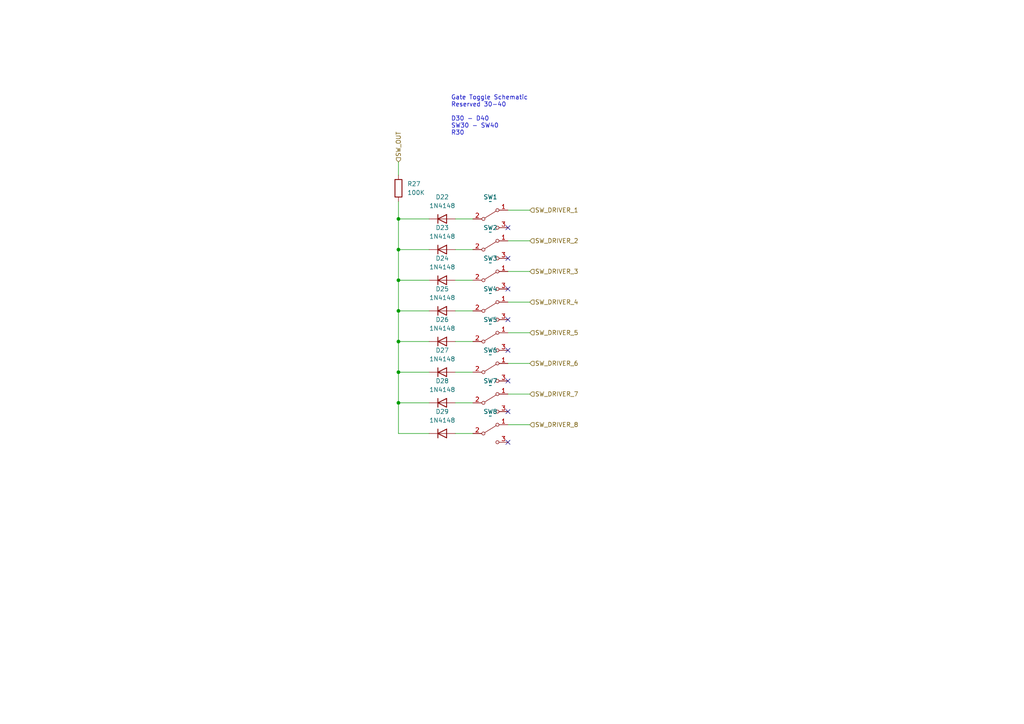
<source format=kicad_sch>
(kicad_sch (version 20231120) (generator "eeschema") (generator_version "8.0")
  (paper "A4")
  (lib_symbols
    (symbol "synth:D_Signal (1N4148)" (pin_numbers hide) (pin_names hide)
      (property "Reference" "D" (at 0 2.54 0))
      (property "Value" "1N4148" (at 0 -2.54 0))
      (symbol "D_Signal (1N4148)_0_1"
        (polyline (pts (xy -1.27 1.27) (xy -1.27 -1.27)) (stroke (width 0.254)))
        (polyline (pts (xy 1.27 0) (xy -1.27 0)))
        (polyline (pts (xy 1.27 1.27) (xy 1.27 -1.27) (xy -1.27 0) (xy 1.27 1.27)) (stroke (width 0.254)))
      )
      (symbol "D_Signal (1N4148)_1_1"
        (pin passive line (at -3.81 0 0) (length 2.54) (name "K") (number "1"))
        (pin passive line (at 3.81 0 180) (length 2.54) (name "A") (number "2"))
      )
    )
    (symbol "synth:R_Default" (pin_numbers hide) (pin_names (offset 0))
      (property "Reference" "R" (at -2.032 0 90))
      (property "Value" "R1" (at 2.032 0 90))
      (symbol "R_Default_0_1"
        (rectangle (start 1.016 -2.54) (end -1.016 2.54) (stroke (width 0.254)))
      )
      (symbol "R_Default_1_1"
        (pin passive line (at 0 -3.81 90) (length 1.27) (name "~") (number "1"))
        (pin passive line (at 0 3.81 270) (length 1.27) (name "~") (number "2"))
      )
    )
    (symbol "synth:SW_SPDT" (pin_names (offset 0) hide)
      (property "Reference" "SW" (at 0 5.08 0))
      (property "Value" "SW_SPDT" (at 0 -5.08 0))
      (symbol "SW_SPDT_0_1"
        (circle (center -2.032 0) (radius 0.4572))
        (polyline (pts (xy -1.651 0.254) (xy 1.651 2.286)))
        (circle (center 2.032 -2.54) (radius 0.4572))
        (circle (center 2.032 2.54) (radius 0.4572))
      )
      (symbol "SW_SPDT_1_1"
        (pin passive line (at 5.08 2.54 180) (length 2.54) (name "A") (number "1"))
        (pin passive line (at -5.08 0 0) (length 2.54) (name "B") (number "2"))
        (pin passive line (at 5.08 -2.54 180) (length 2.54) (name "C") (number "3"))
      )
    )
  )
  (junction (at 115.57 63.5))
  (junction (at 115.57 99.06))
  (junction (at 115.57 90.17))
  (junction (at 115.57 116.84))
  (junction (at 115.57 107.95))
  (junction (at 115.57 72.39))
  (junction (at 115.57 81.28))
  (no_connect (at 147.32 66.04))
  (no_connect (at 147.32 74.93))
  (no_connect (at 147.32 101.6))
  (no_connect (at 147.32 92.71))
  (no_connect (at 147.32 128.27))
  (no_connect (at 147.32 119.38))
  (no_connect (at 147.32 83.82))
  (no_connect (at 147.32 110.49))
  (wire (pts (xy 132.08 125.73) (xy 137.16 125.73)))
  (wire (pts (xy 115.57 107.95) (xy 115.57 116.84)))
  (wire (pts (xy 147.32 87.63) (xy 153.67 87.63)))
  (wire (pts (xy 147.32 69.85) (xy 153.67 69.85)))
  (wire (pts (xy 115.57 90.17) (xy 124.46 90.17)))
  (wire (pts (xy 132.08 72.39) (xy 137.16 72.39)))
  (wire (pts (xy 115.57 81.28) (xy 115.57 90.17)))
  (wire (pts (xy 115.57 99.06) (xy 124.46 99.06)))
  (wire (pts (xy 115.57 63.5) (xy 115.57 72.39)))
  (wire (pts (xy 147.32 105.41) (xy 153.67 105.41)))
  (wire (pts (xy 147.32 123.19) (xy 153.67 123.19)))
  (wire (pts (xy 132.08 63.5) (xy 137.16 63.5)))
  (wire (pts (xy 115.57 99.06) (xy 115.57 107.95)))
  (wire (pts (xy 147.32 78.74) (xy 153.67 78.74)))
  (wire (pts (xy 115.57 46.99) (xy 115.57 50.8)))
  (wire (pts (xy 115.57 125.73) (xy 124.46 125.73)))
  (wire (pts (xy 132.08 81.28) (xy 137.16 81.28)))
  (wire (pts (xy 115.57 63.5) (xy 124.46 63.5)))
  (wire (pts (xy 115.57 72.39) (xy 124.46 72.39)))
  (wire (pts (xy 115.57 90.17) (xy 115.57 99.06)))
  (wire (pts (xy 115.57 107.95) (xy 124.46 107.95)))
  (wire (pts (xy 132.08 99.06) (xy 137.16 99.06)))
  (wire (pts (xy 115.57 58.42) (xy 115.57 63.5)))
  (wire (pts (xy 132.08 90.17) (xy 137.16 90.17)))
  (wire (pts (xy 147.32 114.3) (xy 153.67 114.3)))
  (wire (pts (xy 115.57 72.39) (xy 115.57 81.28)))
  (wire (pts (xy 147.32 60.96) (xy 153.67 60.96)))
  (wire (pts (xy 115.57 81.28) (xy 124.46 81.28)))
  (wire (pts (xy 132.08 107.95) (xy 137.16 107.95)))
  (wire (pts (xy 147.32 96.52) (xy 153.67 96.52)))
  (wire (pts (xy 132.08 116.84) (xy 137.16 116.84)))
  (wire (pts (xy 115.57 116.84) (xy 124.46 116.84)))
  (wire (pts (xy 115.57 116.84) (xy 115.57 125.73)))
  (text "Gate Toggle Schematic\nReserved 30-40\n\nD30 - D40\nSW30 - SW40\nR30" (at 130.81 39.37 0) (effects (font (size 1.27 1.27)) (justify left bottom)))
  (hierarchical_label "SW_DRIVER_1" (shape input) (at 153.67 60.96 0))
  (hierarchical_label "SW_DRIVER_8" (shape input) (at 153.67 123.19 0))
  (hierarchical_label "SW_DRIVER_7" (shape input) (at 153.67 114.3 0))
  (hierarchical_label "SW_DRIVER_3" (shape input) (at 153.67 78.74 0))
  (hierarchical_label "SW_DRIVER_5" (shape input) (at 153.67 96.52 0))
  (hierarchical_label "SW_DRIVER_6" (shape input) (at 153.67 105.41 0))
  (hierarchical_label "SW_DRIVER_2" (shape input) (at 153.67 69.85 0))
  (hierarchical_label "SW_DRIVER_4" (shape input) (at 153.67 87.63 0))
  (hierarchical_label "SW_OUT" (shape input) (at 115.57 46.99 90))
  (symbol (lib_id "synth:SW_SPDT") (at 142.24 90.17 0) (unit 1)
    (property "Reference" "SW4" (at 142.24 83.82 0))
    (property "Value" "~" (at 142.24 85.09 0))
    (property "Footprint" "Synth:SW_default" (effects (hide yes)))
    (property "Description" "Switch, single pole double throw" (effects (hide yes)))
  )
  (symbol (lib_id "synth:SW_SPDT") (at 142.24 99.06 0) (unit 1)
    (property "Reference" "SW5" (at 142.24 92.71 0))
    (property "Value" "~" (at 142.24 93.98 0))
    (property "Footprint" "Synth:SW_default" (effects (hide yes)))
    (property "Description" "Switch, single pole double throw" (effects (hide yes)))
  )
  (symbol (lib_id "synth:D_Signal (1N4148)") (at 128.27 125.73 0) (unit 1)
    (property "Reference" "D29" (at 128.27 119.38 0))
    (property "Value" "1N4148" (at 128.27 121.92 0))
    (property "Footprint" "Synth:D_DO-35_SOD27_P7.62mm_Horizontal" (effects (hide yes)))
    (property "Datasheet" "https://assets.nexperia.com/documents/data-sheet/1N4148_1N4448.pdf" (effects (hide yes)))
    (property "Description" "100V 0.15A standard switching diode, DO-35" (effects (hide yes)))
    (property "Sim.Device" "D" (effects (hide yes)))
    (property "Sim.Pins" "1=K 2=A" (effects (hide yes)))
  )
  (symbol (lib_id "synth:SW_SPDT") (at 142.24 116.84 0) (unit 1)
    (property "Reference" "SW7" (at 142.24 110.49 0))
    (property "Value" "~" (at 142.24 111.76 0))
    (property "Footprint" "Synth:SW_default" (effects (hide yes)))
    (property "Description" "Switch, single pole double throw" (effects (hide yes)))
  )
  (symbol (lib_id "synth:SW_SPDT") (at 142.24 107.95 0) (unit 1)
    (property "Reference" "SW6" (at 142.24 101.6 0))
    (property "Value" "~" (at 142.24 102.87 0))
    (property "Footprint" "Synth:SW_default" (effects (hide yes)))
    (property "Description" "Switch, single pole double throw" (effects (hide yes)))
  )
  (symbol (lib_id "synth:SW_SPDT") (at 142.24 125.73 0) (unit 1)
    (property "Reference" "SW8" (at 142.24 119.38 0))
    (property "Value" "~" (at 142.24 120.65 0))
    (property "Footprint" "Synth:SW_default" (effects (hide yes)))
    (property "Description" "Switch, single pole double throw" (effects (hide yes)))
  )
  (symbol (lib_id "synth:D_Signal (1N4148)") (at 128.27 99.06 0) (unit 1)
    (property "Reference" "D26" (at 128.27 92.71 0))
    (property "Value" "1N4148" (at 128.27 95.25 0))
    (property "Footprint" "Synth:D_DO-35_SOD27_P7.62mm_Horizontal" (effects (hide yes)))
    (property "Datasheet" "https://assets.nexperia.com/documents/data-sheet/1N4148_1N4448.pdf" (effects (hide yes)))
    (property "Description" "100V 0.15A standard switching diode, DO-35" (effects (hide yes)))
    (property "Sim.Device" "D" (effects (hide yes)))
    (property "Sim.Pins" "1=K 2=A" (effects (hide yes)))
  )
  (symbol (lib_id "synth:R_Default") (at 115.57 54.61 180) (unit 1)
    (property "Reference" "R27" (at 118.11 53.3399 0) (effects (justify right)))
    (property "Value" "100K" (at 118.11 55.8799 0) (effects (justify right)))
    (property "Footprint" "Synth:R_Default (DIN0207)" (effects (hide yes)))
    (property "Description" "Resistor" (effects (hide yes)))
  )
  (symbol (lib_id "synth:D_Signal (1N4148)") (at 128.27 72.39 0) (unit 1)
    (property "Reference" "D23" (at 128.27 66.04 0))
    (property "Value" "1N4148" (at 128.27 68.58 0))
    (property "Footprint" "Synth:D_DO-35_SOD27_P7.62mm_Horizontal" (effects (hide yes)))
    (property "Datasheet" "https://assets.nexperia.com/documents/data-sheet/1N4148_1N4448.pdf" (effects (hide yes)))
    (property "Description" "100V 0.15A standard switching diode, DO-35" (effects (hide yes)))
    (property "Sim.Device" "D" (effects (hide yes)))
    (property "Sim.Pins" "1=K 2=A" (effects (hide yes)))
  )
  (symbol (lib_id "synth:D_Signal (1N4148)") (at 128.27 107.95 0) (unit 1)
    (property "Reference" "D27" (at 128.27 101.6 0))
    (property "Value" "1N4148" (at 128.27 104.14 0))
    (property "Footprint" "Synth:D_DO-35_SOD27_P7.62mm_Horizontal" (effects (hide yes)))
    (property "Datasheet" "https://assets.nexperia.com/documents/data-sheet/1N4148_1N4448.pdf" (effects (hide yes)))
    (property "Description" "100V 0.15A standard switching diode, DO-35" (effects (hide yes)))
    (property "Sim.Device" "D" (effects (hide yes)))
    (property "Sim.Pins" "1=K 2=A" (effects (hide yes)))
  )
  (symbol (lib_id "synth:D_Signal (1N4148)") (at 128.27 81.28 0) (unit 1)
    (property "Reference" "D24" (at 128.27 74.93 0))
    (property "Value" "1N4148" (at 128.27 77.47 0))
    (property "Footprint" "Synth:D_DO-35_SOD27_P7.62mm_Horizontal" (effects (hide yes)))
    (property "Datasheet" "https://assets.nexperia.com/documents/data-sheet/1N4148_1N4448.pdf" (effects (hide yes)))
    (property "Description" "100V 0.15A standard switching diode, DO-35" (effects (hide yes)))
    (property "Sim.Device" "D" (effects (hide yes)))
    (property "Sim.Pins" "1=K 2=A" (effects (hide yes)))
  )
  (symbol (lib_id "synth:SW_SPDT") (at 142.24 81.28 0) (unit 1)
    (property "Reference" "SW3" (at 142.24 74.93 0))
    (property "Value" "~" (at 142.24 76.2 0))
    (property "Footprint" "Synth:SW_default" (effects (hide yes)))
    (property "Description" "Switch, single pole double throw" (effects (hide yes)))
  )
  (symbol (lib_id "synth:D_Signal (1N4148)") (at 128.27 116.84 0) (unit 1)
    (property "Reference" "D28" (at 128.27 110.49 0))
    (property "Value" "1N4148" (at 128.27 113.03 0))
    (property "Footprint" "Synth:D_DO-35_SOD27_P7.62mm_Horizontal" (effects (hide yes)))
    (property "Datasheet" "https://assets.nexperia.com/documents/data-sheet/1N4148_1N4448.pdf" (effects (hide yes)))
    (property "Description" "100V 0.15A standard switching diode, DO-35" (effects (hide yes)))
    (property "Sim.Device" "D" (effects (hide yes)))
    (property "Sim.Pins" "1=K 2=A" (effects (hide yes)))
  )
  (symbol (lib_id "synth:SW_SPDT") (at 142.24 72.39 0) (unit 1)
    (property "Reference" "SW2" (at 142.24 66.04 0))
    (property "Value" "~" (at 142.24 67.31 0))
    (property "Footprint" "Synth:SW_default" (effects (hide yes)))
    (property "Description" "Switch, single pole double throw" (effects (hide yes)))
  )
  (symbol (lib_id "synth:SW_SPDT") (at 142.24 63.5 0) (unit 1)
    (property "Reference" "SW1" (at 142.24 57.15 0))
    (property "Value" "~" (at 142.24 58.42 0))
    (property "Footprint" "Synth:SW_default" (effects (hide yes)))
    (property "Description" "Switch, single pole double throw" (effects (hide yes)))
  )
  (symbol (lib_id "synth:D_Signal (1N4148)") (at 128.27 90.17 0) (unit 1)
    (property "Reference" "D25" (at 128.27 83.82 0))
    (property "Value" "1N4148" (at 128.27 86.36 0))
    (property "Footprint" "Synth:D_DO-35_SOD27_P7.62mm_Horizontal" (effects (hide yes)))
    (property "Datasheet" "https://assets.nexperia.com/documents/data-sheet/1N4148_1N4448.pdf" (effects (hide yes)))
    (property "Description" "100V 0.15A standard switching diode, DO-35" (effects (hide yes)))
    (property "Sim.Device" "D" (effects (hide yes)))
    (property "Sim.Pins" "1=K 2=A" (effects (hide yes)))
  )
  (symbol (lib_id "synth:D_Signal (1N4148)") (at 128.27 63.5 0) (unit 1)
    (property "Reference" "D22" (at 128.27 57.15 0))
    (property "Value" "1N4148" (at 128.27 59.69 0))
    (property "Footprint" "Synth:D_DO-35_SOD27_P7.62mm_Horizontal" (effects (hide yes)))
    (property "Datasheet" "https://assets.nexperia.com/documents/data-sheet/1N4148_1N4448.pdf" (effects (hide yes)))
    (property "Description" "100V 0.15A standard switching diode, DO-35" (effects (hide yes)))
    (property "Sim.Device" "D" (effects (hide yes)))
    (property "Sim.Pins" "1=K 2=A" (effects (hide yes)))
  )
)
</source>
